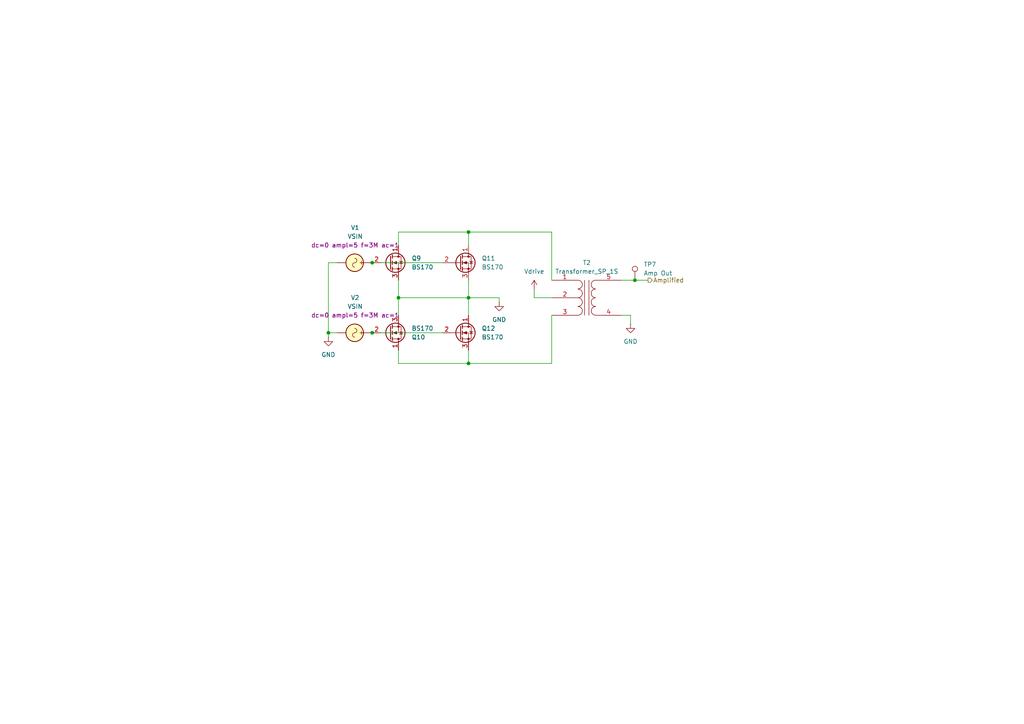
<source format=kicad_sch>
(kicad_sch (version 20231120) (generator "eeschema") (generator_version "8.0")
  (paper "A4")
  (title_block (rev "1"))
  (lib_symbols
    (symbol "Connector:TestPoint" (pin_numbers hide) (pin_names (offset 0.762) hide)
      (property "Reference" "TP" (at 0 6.858 0))
      (property "Value" "TestPoint" (at 0 5.08 0))
      (symbol "TestPoint_0_1"
        (circle (center 0 3.302) (radius 0.762))
      )
      (symbol "TestPoint_1_1"
        (pin passive line (at 0 0 90) (length 2.54) (name "1") (number "1"))
      )
    )
    (symbol "Device:Transformer_SP_1S" (pin_names (offset 1.016) hide)
      (property "Reference" "T" (at 0 6.35 0))
      (property "Value" "Transformer_SP_1S" (at 0 -7.62 0))
      (symbol "Transformer_SP_1S_0_1"
        (arc (start -2.54 -5.0546) (mid -1.6599 -4.6901) (end -1.27 -3.81))
        (arc (start -2.54 -2.5146) (mid -1.6599 -2.1501) (end -1.27 -1.27))
        (arc (start -2.54 0.0254) (mid -1.6599 0.3899) (end -1.27 1.27))
        (arc (start -2.54 2.5654) (mid -1.6599 2.9299) (end -1.27 3.81))
        (arc (start -1.27 -3.81) (mid -1.642 -2.912) (end -2.54 -2.54))
        (arc (start -1.27 -1.27) (mid -1.642 -0.372) (end -2.54 0))
        (arc (start -1.27 1.27) (mid -1.642 2.168) (end -2.54 2.54))
        (arc (start -1.27 3.81) (mid -1.642 4.708) (end -2.54 5.08))
        (polyline (pts (xy -0.635 5.08) (xy -0.635 -5.08)))
        (polyline (pts (xy 0.635 -5.08) (xy 0.635 5.08)))
        (arc (start 1.2954 -1.27) (mid 1.6599 -2.1501) (end 2.54 -2.5146))
        (arc (start 1.2954 1.27) (mid 1.6599 0.3899) (end 2.54 0.0254))
        (arc (start 1.2954 3.81) (mid 1.6599 2.9299) (end 2.54 2.5654))
        (arc (start 1.3208 -3.81) (mid 1.6853 -4.6901) (end 2.5654 -5.0546))
        (arc (start 2.54 0) (mid 1.642 -0.372) (end 1.2954 -1.27))
        (arc (start 2.54 2.54) (mid 1.642 2.168) (end 1.2954 1.27))
        (arc (start 2.54 5.08) (mid 1.642 4.708) (end 1.2954 3.81))
        (arc (start 2.5654 -2.54) (mid 1.6674 -2.912) (end 1.3208 -3.81))
      )
      (symbol "Transformer_SP_1S_1_1"
        (pin passive line (at -10.16 5.08 0) (length 7.62) (name "PR1") (number "1"))
        (pin passive line (at -10.16 0 0) (length 7.62) (name "PM") (number "2"))
        (pin passive line (at -10.16 -5.08 0) (length 7.62) (name "PR2") (number "3"))
        (pin passive line (at 10.16 -5.08 180) (length 7.62) (name "S1") (number "4"))
        (pin passive line (at 10.16 5.08 180) (length 7.62) (name "S2") (number "5"))
      )
    )
    (symbol "Simulation_SPICE:VSIN" (pin_numbers hide) (pin_names (offset 0.0254))
      (property "Reference" "V" (at 2.54 2.54 0))
      (property "Value" "VSIN" (at 2.54 0 0))
      (property "Sim.Params" "dc=0 ampl=1 f=1k ac=1" (at 2.54 -2.54 0))
      (symbol "VSIN_0_0"
        (arc (start 0 0) (mid -0.635 0.6323) (end -1.27 0))
        (arc (start 0 0) (mid 0.635 -0.6323) (end 1.27 0))
        (text "+" (at 0 1.905 0) (effects (font (size 1.27 1.27))))
      )
      (symbol "VSIN_0_1"
        (circle (center 0 0) (radius 2.54) (stroke (width 0.254)) (fill (type background)))
      )
      (symbol "VSIN_1_1"
        (pin passive line (at 0 5.08 270) (length 2.54) (name "~") (number "1"))
        (pin passive line (at 0 -5.08 90) (length 2.54) (name "~") (number "2"))
      )
    )
    (symbol "Transistor_FET:BS170" (pin_names hide)
      (property "Reference" "Q" (at 5.08 1.905 0))
      (property "Value" "BS170" (at 5.08 0 0))
      (symbol "BS170_0_1"
        (polyline (pts (xy 0.254 0) (xy -2.54 0)))
        (polyline (pts (xy 0.254 1.905) (xy 0.254 -1.905)) (stroke (width 0.254)))
        (polyline (pts (xy 0.762 -1.27) (xy 0.762 -2.286)) (stroke (width 0.254)))
        (polyline (pts (xy 0.762 0.508) (xy 0.762 -0.508)) (stroke (width 0.254)))
        (polyline (pts (xy 0.762 2.286) (xy 0.762 1.27)) (stroke (width 0.254)))
        (polyline (pts (xy 2.54 2.54) (xy 2.54 1.778)))
        (polyline (pts (xy 2.54 -2.54) (xy 2.54 0) (xy 0.762 0)))
        (polyline (pts (xy 0.762 -1.778) (xy 3.302 -1.778) (xy 3.302 1.778) (xy 0.762 1.778)))
        (polyline (pts (xy 1.016 0) (xy 2.032 0.381) (xy 2.032 -0.381) (xy 1.016 0)) (fill (type outline)))
        (polyline (pts (xy 2.794 0.508) (xy 2.921 0.381) (xy 3.683 0.381) (xy 3.81 0.254)))
        (polyline (pts (xy 3.302 0.381) (xy 2.921 -0.254) (xy 3.683 -0.254) (xy 3.302 0.381)))
        (circle (center 1.651 0) (radius 2.794) (stroke (width 0.254)))
        (circle (center 2.54 -1.778) (radius 0.254) (fill (type outline)))
        (circle (center 2.54 1.778) (radius 0.254) (fill (type outline)))
      )
      (symbol "BS170_1_1"
        (pin passive line (at 2.54 5.08 270) (length 2.54) (name "D") (number "1"))
        (pin input line (at -5.08 0 0) (length 2.54) (name "G") (number "2"))
        (pin passive line (at 2.54 -5.08 90) (length 2.54) (name "S") (number "3"))
      )
    )
    (symbol "power:GND" (power) (pin_numbers hide) (pin_names (offset 0) hide)
      (property "Value" "GND" (at 0 -3.81 0))
      (symbol "GND_0_1"
        (polyline (pts (xy 0 0) (xy 0 -1.27) (xy 1.27 -1.27) (xy 0 -2.54) (xy -1.27 -1.27) (xy 0 -1.27)))
      )
      (symbol "GND_1_1"
        (pin power_in line (at 0 0 270) (length 0) (name "~") (number "1"))
      )
    )
    (symbol "power:Vdrive" (power) (pin_numbers hide) (pin_names (offset 0) hide)
      (property "Value" "Vdrive" (at 0 3.556 0))
      (symbol "Vdrive_0_1"
        (polyline (pts (xy -0.762 1.27) (xy 0 2.54)))
        (polyline (pts (xy 0 0) (xy 0 2.54)))
        (polyline (pts (xy 0 2.54) (xy 0.762 1.27)))
      )
      (symbol "Vdrive_1_1"
        (pin power_in line (at 0 0 90) (length 0) (name "~") (number "1"))
      )
    )
  )
  (junction (at 135.89 105.41))
  (junction (at 107.95 76.2))
  (junction (at 95.25 96.52))
  (junction (at 115.57 86.36))
  (junction (at 135.89 67.31))
  (junction (at 184.15 81.28))
  (junction (at 135.89 86.36))
  (junction (at 107.95 96.52))
  (wire (pts (xy 115.57 105.41) (xy 135.89 105.41)))
  (wire (pts (xy 160.02 86.36) (xy 154.94 86.36)))
  (wire (pts (xy 115.57 105.41) (xy 115.57 101.6)))
  (wire (pts (xy 115.57 81.28) (xy 115.57 86.36)))
  (wire (pts (xy 135.89 67.31) (xy 160.02 67.31)))
  (wire (pts (xy 95.25 96.52) (xy 97.79 96.52)))
  (wire (pts (xy 95.25 97.79) (xy 95.25 96.52)))
  (wire (pts (xy 115.57 67.31) (xy 135.89 67.31)))
  (wire (pts (xy 135.89 86.36) (xy 135.89 91.44)))
  (wire (pts (xy 182.88 91.44) (xy 180.34 91.44)))
  (wire (pts (xy 180.34 81.28) (xy 184.15 81.28)))
  (wire (pts (xy 115.57 86.36) (xy 115.57 91.44)))
  (wire (pts (xy 154.94 86.36) (xy 154.94 83.82)))
  (wire (pts (xy 144.78 86.36) (xy 144.78 87.63)))
  (wire (pts (xy 135.89 67.31) (xy 135.89 71.12)))
  (wire (pts (xy 107.95 96.52) (xy 128.27 96.52)))
  (wire (pts (xy 160.02 91.44) (xy 160.02 105.41)))
  (wire (pts (xy 135.89 86.36) (xy 144.78 86.36)))
  (wire (pts (xy 135.89 101.6) (xy 135.89 105.41)))
  (wire (pts (xy 95.25 96.52) (xy 95.25 76.2)))
  (wire (pts (xy 135.89 81.28) (xy 135.89 86.36)))
  (wire (pts (xy 115.57 67.31) (xy 115.57 71.12)))
  (wire (pts (xy 135.89 105.41) (xy 160.02 105.41)))
  (wire (pts (xy 107.95 76.2) (xy 128.27 76.2)))
  (wire (pts (xy 182.88 93.98) (xy 182.88 91.44)))
  (wire (pts (xy 184.15 81.28) (xy 187.96 81.28)))
  (wire (pts (xy 160.02 67.31) (xy 160.02 81.28)))
  (wire (pts (xy 115.57 86.36) (xy 135.89 86.36)))
  (wire (pts (xy 95.25 76.2) (xy 97.79 76.2)))
  (hierarchical_label "Amplified" (shape output) (at 187.96 81.28 0))
  (symbol (lib_id "Transistor_FET:BS170") (at 113.03 96.52 0) (mirror x) (unit 1)
    (property "Reference" "Q10" (at 119.38 97.7901 0) (effects (justify left)))
    (property "Value" "BS170" (at 119.38 95.2501 0) (effects (justify left)))
    (property "Datasheet" "https://www.onsemi.com/pub/Collateral/BS170-D.PDF" (effects (hide yes)))
    (property "Description" "0.5A Id, 60V Vds, N-Channel MOSFET, TO-92" (effects (hide yes)))
  )
  (symbol (lib_id "Simulation_SPICE:VSIN") (at 102.87 76.2 270) (unit 1)
    (property "Reference" "V1" (at 102.9998 66.04 90))
    (property "Value" "VSIN" (at 102.9998 68.58 90))
    (property "Datasheet" "https://ngspice.sourceforge.io/docs/ngspice-html-manual/manual.xhtml#sec_Independent_Sources_for" (effects (hide yes)))
    (property "Description" "Voltage source, sinusoidal" (effects (hide yes)))
    (property "Sim.Pins" "1=+ 2=-" (effects (hide yes)))
    (property "Sim.Params" "dc=0 ampl=5 f=3M ac=1" (at 102.9998 71.12 90))
    (property "Sim.Type" "SIN" (effects (hide yes)))
    (property "Sim.Device" "V" (effects (hide yes)))
  )
  (symbol (lib_id "Simulation_SPICE:VSIN") (at 102.87 96.52 270) (unit 1)
    (property "Reference" "V2" (at 102.9998 86.36 90))
    (property "Value" "VSIN" (at 102.9998 88.9 90))
    (property "Datasheet" "https://ngspice.sourceforge.io/docs/ngspice-html-manual/manual.xhtml#sec_Independent_Sources_for" (effects (hide yes)))
    (property "Description" "Voltage source, sinusoidal" (effects (hide yes)))
    (property "Sim.Pins" "1=+ 2=-" (effects (hide yes)))
    (property "Sim.Params" "dc=0 ampl=5 f=3M ac=1" (at 102.9998 91.44 90))
    (property "Sim.Type" "SIN" (effects (hide yes)))
    (property "Sim.Device" "V" (effects (hide yes)))
  )
  (symbol (lib_id "Transistor_FET:BS170") (at 133.35 76.2 0) (unit 1)
    (property "Reference" "Q11" (at 139.7 74.9299 0) (effects (justify left)))
    (property "Value" "BS170" (at 139.7 77.4699 0) (effects (justify left)))
    (property "Datasheet" "https://www.onsemi.com/pub/Collateral/BS170-D.PDF" (effects (hide yes)))
    (property "Description" "0.5A Id, 60V Vds, N-Channel MOSFET, TO-92" (effects (hide yes)))
  )
  (symbol (lib_id "power:GND") (at 144.78 87.63 0) (unit 1)
    (property "Reference" "#PWR061" (effects (hide yes)))
    (property "Value" "GND" (at 144.78 92.71 0))
    (property "Description" "Power symbol creates a global label with name \"GND\" , ground" (effects (hide yes)))
  )
  (symbol (lib_id "power:GND") (at 95.25 97.79 0) (unit 1)
    (property "Reference" "#PWR064" (effects (hide yes)))
    (property "Value" "GND" (at 95.25 102.87 0))
    (property "Description" "Power symbol creates a global label with name \"GND\" , ground" (effects (hide yes)))
  )
  (symbol (lib_id "Transistor_FET:BS170") (at 133.35 96.52 0) (unit 1)
    (property "Reference" "Q12" (at 139.7 95.2499 0) (effects (justify left)))
    (property "Value" "BS170" (at 139.7 97.7899 0) (effects (justify left)))
    (property "Datasheet" "https://www.onsemi.com/pub/Collateral/BS170-D.PDF" (effects (hide yes)))
    (property "Description" "0.5A Id, 60V Vds, N-Channel MOSFET, TO-92" (effects (hide yes)))
  )
  (symbol (lib_id "Transistor_FET:BS170") (at 113.03 76.2 0) (unit 1)
    (property "Reference" "Q9" (at 119.38 74.9299 0) (effects (justify left)))
    (property "Value" "BS170" (at 119.38 77.4699 0) (effects (justify left)))
    (property "Datasheet" "https://www.onsemi.com/pub/Collateral/BS170-D.PDF" (effects (hide yes)))
    (property "Description" "0.5A Id, 60V Vds, N-Channel MOSFET, TO-92" (effects (hide yes)))
  )
  (symbol (lib_id "power:GND") (at 182.88 93.98 0) (unit 1)
    (property "Reference" "#PWR063" (effects (hide yes)))
    (property "Value" "GND" (at 182.88 99.06 0))
    (property "Description" "Power symbol creates a global label with name \"GND\" , ground" (effects (hide yes)))
  )
  (symbol (lib_id "power:Vdrive") (at 154.94 83.82 0) (unit 1)
    (property "Reference" "#PWR062" (effects (hide yes)))
    (property "Value" "Vdrive" (at 154.94 78.74 0))
    (property "Description" "Power symbol creates a global label with name \"Vdrive\"" (effects (hide yes)))
  )
  (symbol (lib_id "Connector:TestPoint") (at 184.15 81.28 0) (unit 1)
    (property "Reference" "TP7" (at 186.69 76.7079 0) (effects (justify left)))
    (property "Value" "Amp Out" (at 186.69 79.2479 0) (effects (justify left)))
    (property "Description" "test point" (effects (hide yes)))
  )
  (symbol (lib_id "Device:Transformer_SP_1S") (at 170.18 86.36 0) (unit 1)
    (property "Reference" "T2" (at 170.1927 76.2 0))
    (property "Value" "Transformer_SP_1S" (at 170.1927 78.74 0))
    (property "Description" "Transformer, split primary, single secondary" (effects (hide yes)))
  )
)
</source>
